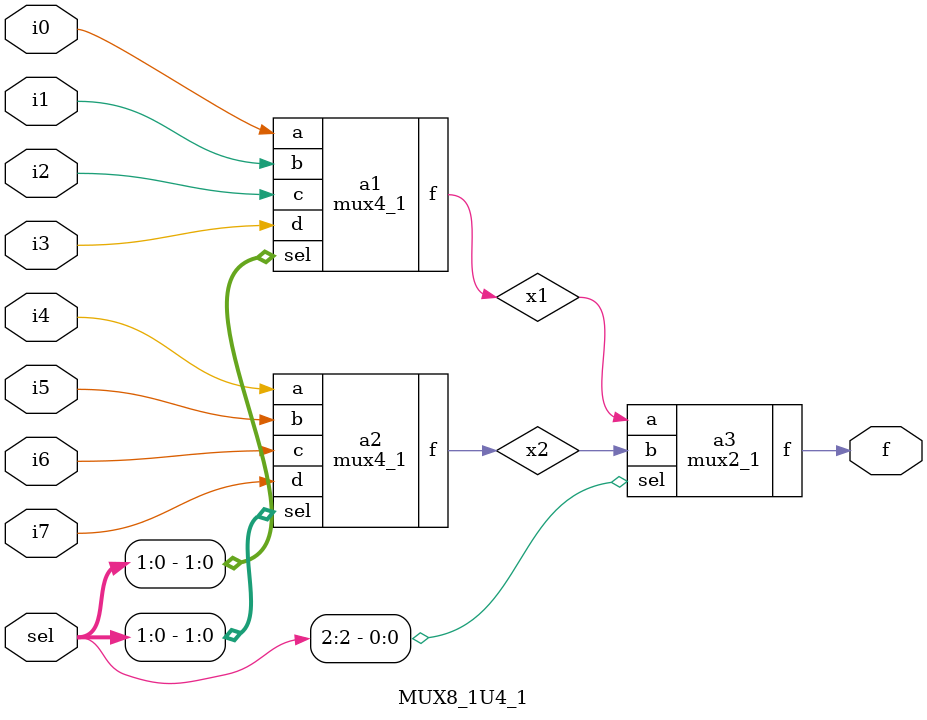
<source format=v>
`timescale 1ns / 1ps
module mux4_1(a,b,c,d,sel,f);
	input a,b,c,d;
	input [1:0]sel;
	output reg f;
	
	always@(*)
		begin
		case(sel)
			2'b00 : f=a;
			2'b01 : f=b;
			2'b10 : f=c;
			2'b11 : f=d;
			default f=0;
		endcase
		end
endmodule

module mux2_1(a,b,sel,f);
	input a,b;
	input sel;
	output reg f;
	
	always@(*)
	begin
		case (sel)
			1'b0 : f=a;
			1'b1 : f=b;
			default f=0;
		endcase
	end
endmodule

module MUX8_1U4_1(
    input i0,
    input i1,
    input i2,
    input i3,
    input i4,
    input i5,
    input i6,
    input i7,
    input [2:0] sel,
    output f
    );
	
	 mux4_1 a1(i0,i1,i2,i3,sel[1:0],x1);
	 mux4_1 a2(i4,i5,i6,i7,sel[1:0],x2);
	 mux2_1 a3(x1,x2,sel[2],f);

endmodule

</source>
